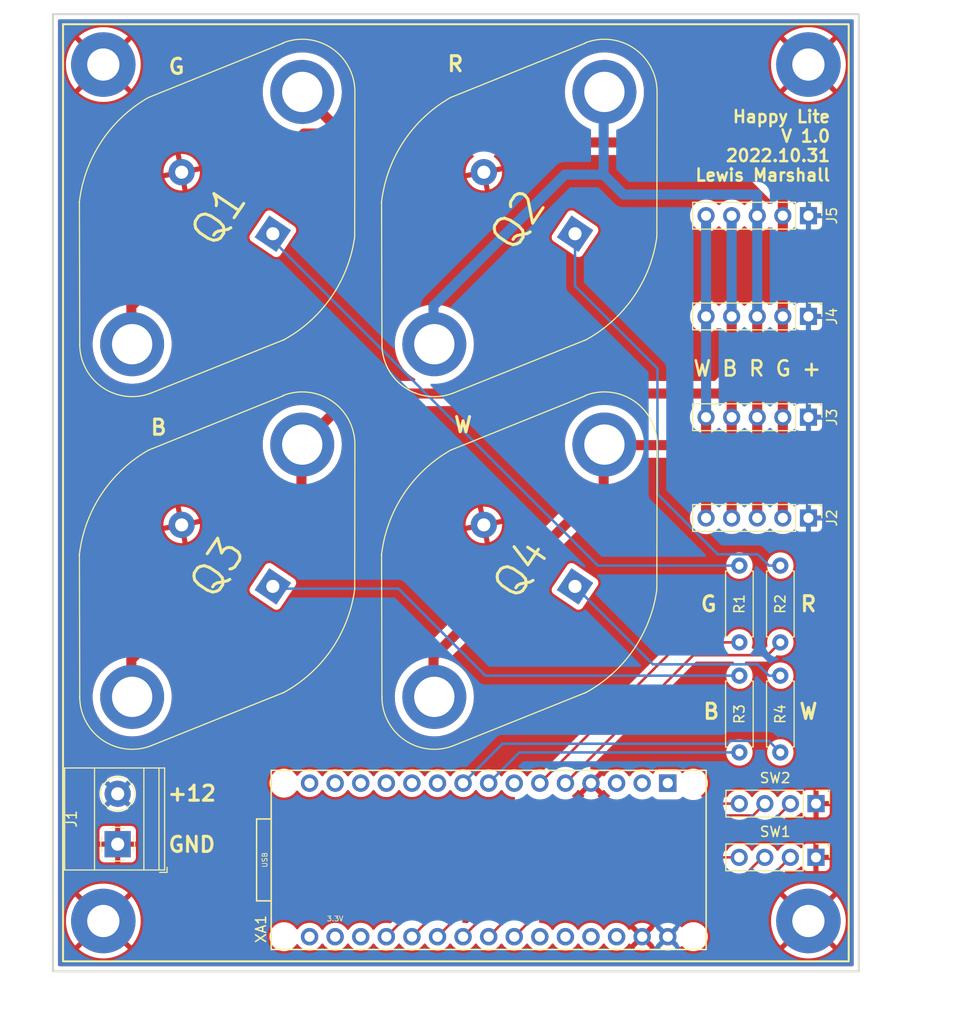
<source format=kicad_pcb>
(kicad_pcb (version 20211014) (generator pcbnew)
  (layers (0 "F.Cu" signal) (31 "B.Cu" signal) (34 "B.Paste" user) (35 "F.Paste" user) (36 "B.SilkS" user "B.Silkscreen") (37 "F.SilkS" user "F.Silkscreen") (38 "B.Mask" user) (39 "F.Mask" user) (44 "Edge.Cuts" user))
  (net 0 "")
  (net 1 "GND")
  (net 2 "+12V")
  (net 7 "RE_1")
  (net 8 "RE_2")
  (net 9 "RE_SW")
  (net 10 "SP3T_1")
  (net 11 "SP3T_2")
  (net 12 "SP3T_3")
  (net 21 "/R_Current")
  (net 22 "/G_Current")
  (net 23 "/B_Current")
  (net 24 "/W_Current")
  (net 25 "LED_R_CTRL")
  (net 26 "LED_G_CTRL")
  (net 27 "LED_B_CTRL")
  (net 28 "LED_W_CTRL")
  (net 34 "Net-(Q1-Pad1)")
  (net 35 "Net-(Q2-Pad1)")
  (net 36 "Net-(Q3-Pad1)")
  (net 37 "Net-(Q4-Pad1)")
  (footprint "Package_TO_SOT_THT:TO-3" (layer "F.Cu") (at 151.829109 111.791334 -124)
    (fp_text reference "Q4" (at 1.546 5.45 56) (layer "F.SilkS") (effects (font (size 3 3) (thickness 0.3))))
    (fp_text value "NTE245")
    (fp_line (start 8.1 -6.8) (end 19.9 1.2) (layer "F.SilkS") (width 0.12))
    (fp_line (start 8.1 17.7) (end 19.9 9.7) (layer "F.SilkS") (width 0.12))
    (fp_line (start -4.3 -6.9) (end -16.2 1.1) (layer "F.SilkS") (width 0.12))
    (fp_line (start -4.3 17.8) (end -16.3 9.7) (layer "F.SilkS") (width 0.12))
    (fp_arc (start 8.20587 17.644152) (mid 1.971643 19.223273) (end -4.3 17.8) (layer "F.SilkS") (width 0.12))
    (fp_arc (start 19.9 1.2) (mid 22.101343 5.542388) (end 19.747176 9.803859) (layer "F.SilkS") (width 0.12))
    (fp_arc (start -16.276967 9.747694) (mid -18.527843 5.403471) (end -16.2 1.1) (layer "F.SilkS") (width 0.12))
    (fp_arc (start -4.3 -6.9) (mid 1.971643 -8.323273) (end 8.20587 -6.744152) (layer "F.SilkS") (width 0.12))
    (pad "1" thru_hole rect (at 0 0 236) (size 2.6 2.6) (drill 1.3) (layers *.Cu *.Mask) (net 37 "Net-(Q4-Pad1)"))
    (pad "2" thru_hole circle (at 0 10.92 236) (size 2.6 2.6) (drill 1.3) (layers *.Cu *.Mask) (net 1 "GND"))
    (pad "3" thru_hole circle (at -13.3 5.45 236) (size 6.35 6.35) (drill 4) (layers *.Cu *.Mask) (net 24 "/W_Current"))
    (pad "3" thru_hole circle (at 16.9 5.45 236) (size 6.35 6.35) (drill 4) (layers *.Cu *.Mask) (net 24 "/W_Current"))
  )
  (footprint "Connector_PinHeader_2.54mm:PinHeader_1x05_P2.54mm_Vertical" (layer "F.Cu") (at 175 75 -90)
    (fp_text reference "J5" (at 0 -2.33 -270) (layer "F.SilkS"))
    (fp_text value "M20-9990546")
    (fp_line (start -1.33 -1.33) (end 0 -1.33) (layer "F.SilkS") (width 0.12))
    (fp_line (start -1.33 11.49) (end 1.33 11.49) (layer "F.SilkS") (width 0.12))
    (fp_line (start -1.33 1.27) (end -1.33 11.49) (layer "F.SilkS") (width 0.12))
    (fp_line (start 1.33 1.27) (end 1.33 11.49) (layer "F.SilkS") (width 0.12))
    (fp_line (start -1.33 1.27) (end 1.33 1.27) (layer "F.SilkS") (width 0.12))
    (fp_line (start -1.33 0) (end -1.33 -1.33) (layer "F.SilkS") (width 0.12))
    (pad "1" thru_hole rect (at 0 0 270) (size 1.7 1.7) (drill 1) (layers *.Cu *.Mask) (net 2 "+12V"))
    (pad "2" thru_hole oval (at 0 2.54 270) (size 1.7 1.7) (drill 1) (layers *.Cu *.Mask) (net 22 "/G_Current"))
    (pad "3" thru_hole oval (at 0 5.08 270) (size 1.7 1.7) (drill 1) (layers *.Cu *.Mask) (net 21 "/R_Current"))
    (pad "4" thru_hole oval (at 0 7.62 270) (size 1.7 1.7) (drill 1) (layers *.Cu *.Mask) (net 23 "/B_Current"))
    (pad "5" thru_hole oval (at 0 10.16 270) (size 1.7 1.7) (drill 1) (layers *.Cu *.Mask) (net 24 "/W_Current"))
  )
  (footprint "Package_TO_SOT_THT:TO-3" (layer "F.Cu") (at 151.829109 76.791334 -124)
    (fp_text reference "Q2" (at 2.054 5.45 56) (layer "F.SilkS") (effects (font (size 3 3) (thickness 0.3))))
    (fp_text value "NTE245")
    (fp_line (start -4.3 17.8) (end -16.3 9.7) (layer "F.SilkS") (width 0.12))
    (fp_line (start 8.1 -6.8) (end 19.9 1.2) (layer "F.SilkS") (width 0.12))
    (fp_line (start 8.1 17.7) (end 19.9 9.7) (layer "F.SilkS") (width 0.12))
    (fp_line (start -4.3 -6.9) (end -16.2 1.1) (layer "F.SilkS") (width 0.12))
    (fp_arc (start 19.9 1.2) (mid 22.101343 5.542388) (end 19.747176 9.803859) (layer "F.SilkS") (width 0.12))
    (fp_arc (start -4.3 -6.9) (mid 1.971643 -8.323273) (end 8.20587 -6.744152) (layer "F.SilkS") (width 0.12))
    (fp_arc (start 8.20587 17.644152) (mid 1.971643 19.223273) (end -4.3 17.8) (layer "F.SilkS") (width 0.12))
    (fp_arc (start -16.276967 9.747694) (mid -18.527843 5.403471) (end -16.2 1.1) (layer "F.SilkS") (width 0.12))
    (pad "1" thru_hole rect (at 0 0 236) (size 2.6 2.6) (drill 1.3) (layers *.Cu *.Mask) (net 35 "Net-(Q2-Pad1)"))
    (pad "2" thru_hole circle (at 0 10.92 236) (size 2.6 2.6) (drill 1.3) (layers *.Cu *.Mask) (net 1 "GND"))
    (pad "3" thru_hole circle (at -13.3 5.45 236) (size 6.35 6.35) (drill 4) (layers *.Cu *.Mask) (net 21 "/R_Current"))
    (pad "3" thru_hole circle (at 16.9 5.45 236) (size 6.35 6.35) (drill 4) (layers *.Cu *.Mask) (net 21 "/R_Current"))
  )
  (footprint "Arduino:Arduino_Nano_Socket" (layer "F.Cu") (at 121.666 138.938 -90)
    (fp_text reference "XA1" (at 6.858 1.016 90) (layer "F.SilkS"))
    (fp_text value "Arduino_Nano_Socket")
    (fp_text user "USB" (at 0 0.635 90) (layer "F.SilkS") (effects (font (size 0.5 0.5) (thickness 0.075))))
    (fp_text user "3.3V" (at 5.842 -6.35) (layer "F.SilkS") (effects (font (size 0.5 0.5) (thickness 0.075))))
    (fp_line (start 4.064 1.45) (end 4.064 0) (layer "F.SilkS") (width 0.15))
    (fp_line (start -8.89 0) (end 8.89 0) (layer "F.SilkS") (width 0.15))
    (fp_line (start -4.064 1.45) (end 4.064 1.45) (layer "F.SilkS") (width 0.15))
    (fp_line (start -4.064 0) (end -4.064 1.45) (layer "F.SilkS") (width 0.15))
    (fp_line (start 8.89 -43.18) (end 8.89 0) (layer "F.SilkS") (width 0.15))
    (fp_line (start -8.89 -43.18) (end 8.89 -43.18) (layer "F.SilkS") (width 0.15))
    (fp_line (start -8.89 -43.18) (end -8.89 0) (layer "F.SilkS") (width 0.15))
    (pad "" np_thru_hole circle locked (at 7.62 -41.91 270) (size 1.85 1.85) (drill 1.85) (layers *.Cu *.Mask))
    (pad "" np_thru_hole circle locked (at -7.62 -1.27 270) (size 1.85 1.85) (drill 1.85) (layers *.Cu *.Mask))
    (pad "" np_thru_hole circle locked (at 7.62 -1.27 270) (size 1.85 1.85) (drill 1.85) (layers *.Cu *.Mask))
    (pad "" np_thru_hole circle locked (at -7.62 -41.91 270) (size 1.85 1.85) (drill 1.85) (layers *.Cu *.Mask))
    (pad "3V3" thru_hole circle locked (at 7.62 -6.35 270) (size 1.7272 1.7272) (drill 1.016) (layers *.Cu *.Mask))
    (pad "5V" thru_hole circle locked (at 7.62 -31.75 270) (size 1.7272 1.7272) (drill 1.016) (layers *.Cu *.Mask))
    (pad "A0" thru_hole circle locked (at 7.62 -11.43 270) (size 1.7272 1.7272) (drill 1.016) (layers *.Cu *.Mask) (net 12 "SP3T_3"))
    (pad "A1" thru_hole circle locked (at 7.62 -13.97 270) (size 1.7272 1.7272) (drill 1.016) (layers *.Cu *.Mask) (net 11 "SP3T_2"))
    (pad "A2" thru_hole circle locked (at 7.62 -16.51 270) (size 1.7272 1.7272) (drill 1.016) (layers *.Cu *.Mask) (net 10 "SP3T_1"))
    (pad "A3" thru_hole circle locked (at 7.62 -19.05 270) (size 1.7272 1.7272) (drill 1.016) (layers *.Cu *.Mask) (net 9 "RE_SW"))
    (pad "A4" thru_hole circle locked (at 7.62 -21.59 270) (size 1.7272 1.7272) (drill 1.016) (layers *.Cu *.Mask) (net 8 "RE_2"))
    (pad "A5" thru_hole circle locked (at 7.62 -24.13 270) (size 1.7272 1.7272) (drill 1.016) (layers *.Cu *.Mask) (net 7 "RE_1"))
    (pad "A6" thru_hole circle locked (at 7.62 -26.67 270) (size 1.7272 1.7272) (drill 1.016) (layers *.Cu *.Mask))
    (pad "A7" thru_hole circle locked (at 7.62 -29.21 270) (size 1.7272 1.7272) (drill 1.016) (layers *.Cu *.Mask))
    (pad "AREF" thru_hole circle locked (at 7.62 -8.89 270) (size 1.7272 1.7272) (drill 1.016) (layers *.Cu *.Mask))
    (pad "D0" thru_hole circle locked (at -7.62 -36.83 270) (size 1.7272 1.7272) (drill 1.016) (layers *.Cu *.Mask))
    (pad "D1" thru_hole rect locked (at -7.62 -39.37 270) (size 1.7272 1.7272) (drill 1.016) (layers *.Cu *.Mask))
    (pad "D2" thru_hole circle locked (at -7.62 -29.21 270) (size 1.7272 1.7272) (drill 1.016) (layers *.Cu *.Mask) (net 25 "LED_R_CTRL"))
    (pad "D3" thru_hole circle locked (at -7.62 -26.67 270) (size 1.7272 1.7272) (drill 1.016) (layers *.Cu *.Mask) (net 26 "LED_G_CTRL"))
    (pad "D4" thru_hole circle locked (at -7.62 -24.13 270) (size 1.7272 1.7272) (drill 1.016) (layers *.Cu *.Mask))
    (pad "D5" thru_hole circle locked (at -7.62 -21.59 270) (size 1.7272 1.7272) (drill 1.016) (layers *.Cu *.Mask) (net 27 "LED_B_CTRL"))
    (pad "D6" thru_hole circle locked (at -7.62 -19.05 270) (size 1.7272 1.7272) (drill 1.016) (layers *.Cu *.Mask) (net 28 "LED_W_CTRL"))
    (pad "D7" thru_hole circle locked (at -7.62 -16.51 270) (size 1.7272 1.7272) (drill 1.016) (layers *.Cu *.Mask))
    (pad "D8" thru_hole circle locked (at -7.62 -13.97 270) (size 1.7272 1.7272) (drill 1.016) (layers *.Cu *.Mask))
    (pad "D9" thru_hole circle locked (at -7.62 -11.43 270) (size 1.7272 1.7272) (drill 1.016) (layers *.Cu *.Mask))
    (pad "D10" thru_hole circle locked (at -7.62 -8.89 270) (size 1.7272 1.7272) (drill 1.016) (layers *.Cu *.Mask))
    (pad "D11" thru_hole circle locked (at -7.62 -6.35 270) (size 1.7272 1.7272) (drill 1.016) (layers *.Cu *.Mask))
    (pad "D12" thru_hole circle locked (at -7.62 -3.81 270) (size 1.7272 1.7272) (drill 1.016) (layers *.Cu *.Mask))
    (pad "D13" thru_hole circle locked (at 7.62 -3.81 270) (size 1.7272 1.7272) (drill 1.016) (layers *.Cu *.Mask))
    (pad "GND1" thru_hole circle locked (at -7.62 -31.75 270) (size 1.7272 1.7272) (drill 1.016) (layers *.Cu *.Mask) (net 1 "GND"))
    (pad "GND2" thru_hole circle locked (at 7.62 -36.83 270) (size 1.7272 1.7272) (drill 1.016) (layers *.Cu *.Mask) (net 1 "GND"))
    (pad "RST1" thru_hole circle locked (at -7.62 -34.29 270) (size 1.7272 1.7272) (drill 1.016) (layers *.Cu *.Mask))
    (pad "RST2" thru_hole circle locked (at 7.62 -34.29 270) (size 1.7272 1.7272) (drill 1.016) (layers *.Cu *.Mask))
    (pad "VIN" thru_hole circle locked (at 7.62 -39.37 270) (size 1.7272 1.7272) (drill 1.016) (layers *.Cu *.Mask) (net 2 "+12V"))
  )
  (footprint "Package_TO_SOT_THT:TO-3" (layer "F.Cu") (at 121.829109 76.791334 -124)
    (fp_text reference "Q1" (at 1.546 5.45 56) (layer "F.SilkS") (effects (font (size 3 3) (thickness 0.3))))
    (fp_text value "NTE245")
    (fp_line (start 8.1 -6.8) (end 19.9 1.2) (layer "F.SilkS") (width 0.12))
    (fp_line (start -4.3 -6.9) (end -16.2 1.1) (layer "F.SilkS") (width 0.12))
    (fp_line (start -4.3 17.8) (end -16.3 9.7) (layer "F.SilkS") (width 0.12))
    (fp_line (start 8.1 17.7) (end 19.9 9.7) (layer "F.SilkS") (width 0.12))
    (fp_arc (start 19.9 1.2) (mid 22.101343 5.542388) (end 19.747176 9.803859) (layer "F.SilkS") (width 0.12))
    (fp_arc (start -4.3 -6.9) (mid 1.971643 -8.323273) (end 8.20587 -6.744152) (layer "F.SilkS") (width 0.12))
    (fp_arc (start 8.20587 17.644152) (mid 1.971643 19.223273) (end -4.3 17.8) (layer "F.SilkS") (width 0.12))
    (fp_arc (start -16.276967 9.747694) (mid -18.527843 5.403471) (end -16.2 1.1) (layer "F.SilkS") (width 0.12))
    (pad "1" thru_hole rect (at 0 0 236) (size 2.6 2.6) (drill 1.3) (layers *.Cu *.Mask) (net 34 "Net-(Q1-Pad1)"))
    (pad "2" thru_hole circle (at 0 10.92 236) (size 2.6 2.6) (drill 1.3) (layers *.Cu *.Mask) (net 1 "GND"))
    (pad "3" thru_hole circle (at 16.9 5.45 236) (size 6.35 6.35) (drill 4) (layers *.Cu *.Mask) (net 22 "/G_Current"))
    (pad "3" thru_hole circle (at -13.3 5.45 236) (size 6.35 6.35) (drill 4) (layers *.Cu *.Mask) (net 22 "/G_Current"))
  )
  (footprint "MountingHole:MountingHole_3.2mm_M3_Pad" (layer "F.Cu") (at 175 60)
    (fp_text reference "H2" hide)
    (fp_text value "MountingHole_Pad")
    (pad "1" thru_hole circle locked (at 0 0) (size 6.4 6.4) (drill 3.2) (layers *.Cu *.Mask) (net 1 "GND"))
  )
  (footprint "Connector_PinHeader_2.54mm:PinHeader_1x05_P2.54mm_Vertical" (layer "F.Cu") (at 175 105 -90)
    (fp_text reference "J2" (at 0 -2.33 -270) (layer "F.SilkS"))
    (fp_text value "M20-9990546")
    (fp_line (start -1.33 0) (end -1.33 -1.33) (layer "F.SilkS") (width 0.12))
    (fp_line (start -1.33 -1.33) (end 0 -1.33) (layer "F.SilkS") (width 0.12))
    (fp_line (start -1.33 1.27) (end -1.33 11.49) (layer "F.SilkS") (width 0.12))
    (fp_line (start 1.33 1.27) (end 1.33 11.49) (layer "F.SilkS") (width 0.12))
    (fp_line (start -1.33 11.49) (end 1.33 11.49) (layer "F.SilkS") (width 0.12))
    (fp_line (start -1.33 1.27) (end 1.33 1.27) (layer "F.SilkS") (width 0.12))
    (pad "1" thru_hole rect (at 0 0 270) (size 1.7 1.7) (drill 1) (layers *.Cu *.Mask) (net 2 "+12V"))
    (pad "2" thru_hole oval (at 0 2.54 270) (size 1.7 1.7) (drill 1) (layers *.Cu *.Mask) (net 22 "/G_Current"))
    (pad "3" thru_hole oval (at 0 5.08 270) (size 1.7 1.7) (drill 1) (layers *.Cu *.Mask) (net 21 "/R_Current"))
    (pad "4" thru_hole oval (at 0 7.62 270) (size 1.7 1.7) (drill 1) (layers *.Cu *.Mask) (net 23 "/B_Current"))
    (pad "5" thru_hole oval (at 0 10.16 270) (size 1.7 1.7) (drill 1) (layers *.Cu *.Mask) (net 24 "/W_Current"))
  )
  (footprint "MountingHole:MountingHole_3.2mm_M3_Pad" (layer "F.Cu") (at 105 60)
    (fp_text reference "H1" hide)
    (fp_text value "MountingHole_Pad")
    (pad "1" thru_hole circle locked (at 0 0) (size 6.4 6.4) (drill 3.2) (layers *.Cu *.Mask) (net 1 "GND"))
  )
  (footprint "TerminalBlock_Phoenix:TerminalBlock_Phoenix_MKDS-1,5-2_1x02_P5.00mm_Horizontal" (layer "F.Cu") (at 106.426 137.374 90)
    (fp_text reference "J1" (at 2.5 -4.572 90) (layer "F.SilkS"))
    (fp_text value "1935161")
    (fp_line (start -2.56 2.6) (end 7.56 2.6) (layer "F.SilkS") (width 0.12))
    (fp_line (start -2.8 4.16) (end -2.8 4.9) (layer "F.SilkS") (width 0.12))
    (fp_line (start -2.56 -5.261) (end 7.56 -5.261) (layer "F.SilkS") (width 0.12))
    (fp_line (start 3.773 1.023) (end 3.726 1.069) (layer "F.SilkS") (width 0.12))
    (fp_line (start -2.56 -5.261) (end -2.56 4.66) (layer "F.SilkS") (width 0.12))
    (fp_line (start 7.56 -5.261) (end 7.56 4.66) (layer "F.SilkS") (width 0.12))
    (fp_line (start 6.275 -1.069) (end 6.228 -1.023) (layer "F.SilkS") (width 0.12))
    (fp_line (start -2.56 -2.301) (end 7.56 -2.301) (layer "F.SilkS") (width 0.12))
    (fp_line (start -2.56 4.66) (end 7.56 4.66) (layer "F.SilkS") (width 0.12))
    (fp_line (start 6.07 -1.275) (end 6.035 -1.239) (layer "F.SilkS") (width 0.12))
    (fp_line (start 3.966 1.239) (end 3.931 1.274) (layer "F.SilkS") (width 0.12))
    (fp_line (start -2.8 4.9) (end -2.3 4.9) (layer "F.SilkS") (width 0.12))
    (fp_line (start -2.56 4.1) (end 7.56 4.1) (layer "F.SilkS") (width 0.12))
    (fp_arc (start -0.683042 -1.535427) (mid 0.000524 -1.680501) (end 0.684 -1.535) (layer "F.SilkS") (width 0.12))
    (fp_arc (start 0.683318 1.534756) (mid 0.349292 1.643288) (end 0 1.68) (layer "F.SilkS") (width 0.12))
    (fp_arc (start 0.028805 1.680253) (mid -0.335551 1.646659) (end -0.684 1.535) (layer "F.SilkS") (width 0.12))
    (fp_arc (start -1.535427 0.683042) (mid -1.680501 -0.000524) (end -1.535 -0.684) (layer "F.SilkS") (width 0.12))
    (fp_arc (start 1.535427 -0.683042) (mid 1.680501 0.000524) (end 1.535 0.684) (layer "F.SilkS") (width 0.12))
    (fp_circle (center 5 0) (end 6.68 0) (layer "F.SilkS") (width 0.12) (fill none))
    (pad "1" thru_hole rect (at 0 0 90) (size 2.6 2.6) (drill 1.3) (layers *.Cu *.Mask) (net 1 "GND"))
    (pad "2" thru_hole circle (at 5 0 90) (size 2.6 2.6) (drill 1.3) (layers *.Cu *.Mask) (net 2 "+12V"))
  )
  (footprint "Resistor_THT:R_Axial_DIN0207_L6.3mm_D2.5mm_P7.62mm_Horizontal" (layer "F.Cu") (at 168.148 128.27 90)
    (fp_text reference "R3" (at 3.81 0 90) (layer "F.SilkS"))
    (fp_text value "470")
    (fp_line (start 0.54 1.37) (end 7.08 1.37) (layer "F.SilkS") (width 0.12))
    (fp_line (start 0.54 1.04) (end 0.54 1.37) (layer "F.SilkS") (width 0.12))
    (fp_line (start 7.08 1.37) (end 7.08 1.04) (layer "F.SilkS") (width 0.12))
    (fp_line (start 0.54 -1.04) (end 0.54 -1.37) (layer "F.SilkS") (width 0.12))
    (fp_line (start 7.08 -1.37) (end 7.08 -1.04) (layer "F.SilkS") (width 0.12))
    (fp_line (start 0.54 -1.37) (end 7.08 -1.37) (layer "F.SilkS") (width 0.12))
    (pad "1" thru_hole circle (at 0 0 90) (size 1.6 1.6) (drill 0.8) (layers *.Cu *.Mask) (net 27 "LED_B_CTRL"))
    (pad "2" thru_hole oval (at 7.62 0 90) (size 1.6 1.6) (drill 0.8) (layers *.Cu *.Mask) (net 36 "Net-(Q3-Pad1)"))
  )
  (footprint "MountingHole:MountingHole_3.2mm_M3_Pad" (layer "F.Cu") (at 175 145)
    (fp_text reference "H4" hide)
    (fp_text value "MountingHole_Pad")
    (pad "1" thru_hole circle locked (at 0 0) (size 6.4 6.4) (drill 3.2) (layers *.Cu *.Mask) (net 1 "GND"))
  )
  (footprint "Connector_PinHeader_2.54mm:PinHeader_1x05_P2.54mm_Vertical" (layer "F.Cu") (at 175 95 -90)
    (fp_text reference "J3" (at 0 -2.33 -270) (layer "F.SilkS"))
    (fp_text value "M20-9990546")
    (fp_line (start -1.33 1.27) (end 1.33 1.27) (layer "F.SilkS") (width 0.12))
    (fp_line (start 1.33 1.27) (end 1.33 11.49) (layer "F.SilkS") (width 0.12))
    (fp_line (start -1.33 -1.33) (end 0 -1.33) (layer "F.SilkS") (width 0.12))
    (fp_line (start -1.33 11.49) (end 1.33 11.49) (layer "F.SilkS") (width 0.12))
    (fp_line (start -1.33 1.27) (end -1.33 11.49) (layer "F.SilkS") (width 0.12))
    (fp_line (start -1.33 0) (end -1.33 -1.33) (layer "F.SilkS") (width 0.12))
    (pad "1" thru_hole rect (at 0 0 270) (size 1.7 1.7) (drill 1) (layers *.Cu *.Mask) (net 2 "+12V"))
    (pad "2" thru_hole oval (at 0 2.54 270) (size 1.7 1.7) (drill 1) (layers *.Cu *.Mask) (net 22 "/G_Current"))
    (pad "3" thru_hole oval (at 0 5.08 270) (size 1.7 1.7) (drill 1) (layers *.Cu *.Mask) (net 21 "/R_Current"))
    (pad "4" thru_hole oval (at 0 7.62 270) (size 1.7 1.7) (drill 1) (layers *.Cu *.Mask) (net 23 "/B_Current"))
    (pad "5" thru_hole oval (at 0 10.16 270) (size 1.7 1.7) (drill 1) (layers *.Cu *.Mask) (net 24 "/W_Current"))
  )
  (footprint "MountingHole:MountingHole_3.2mm_M3_Pad" (layer "F.Cu") (at 105 145)
    (fp_text reference "H3" hide)
    (fp_text value "MountingHole_Pad")
    (pad "1" thru_hole circle locked (at 0 0) (size 6.4 6.4) (drill 3.2) (layers *.Cu *.Mask) (net 1 "GND"))
  )
  (footprint "Package_TO_SOT_THT:TO-3" (layer "F.Cu") (at 121.829109 111.791334 -124)
    (fp_text reference "Q3" (at 1.524 5.588 56) (layer "F.SilkS") (effects (font (size 3 3) (thickness 0.3))))
    (fp_text value "NTE245")
    (fp_line (start -4.3 17.8) (end -16.3 9.7) (layer "F.SilkS") (width 0.12))
    (fp_line (start 8.1 -6.8) (end 19.9 1.2) (layer "F.SilkS") (width 0.12))
    (fp_line (start 8.1 17.7) (end 19.9 9.7) (layer "F.SilkS") (width 0.12))
    (fp_line (start -4.3 -6.9) (end -16.2 1.1) (layer "F.SilkS") (width 0.12))
    (fp_arc (start -4.3 -6.9) (mid 1.971643 -8.323273) (end 8.20587 -6.744152) (layer "F.SilkS") (width 0.12))
    (fp_arc (start 19.9 1.2) (mid 22.101343 5.542388) (end 19.747176 9.803859) (layer "F.SilkS") (width 0.12))
    (fp_arc (start 8.20587 17.644152) (mid 1.971643 19.223273) (end -4.3 17.8) (layer "F.SilkS") (width 0.12))
    (fp_arc (start -16.276967 9.747694) (mid -18.527843 5.403471) (end -16.2 1.1) (layer "F.SilkS") (width 0.12))
    (pad "1" thru_hole rect (at 0 0 236) (size 2.6 2.6) (drill 1.3) (layers *.Cu *.Mask) (net 36 "Net-(Q3-Pad1)"))
    (pad "2" thru_hole circle (at 0 10.92 236) (size 2.6 2.6) (drill 1.3) (layers *.Cu *.Mask) (net 1 "GND"))
    (pad "3" thru_hole circle (at 16.9 5.45 236) (size 6.35 6.35) (drill 4) (layers *.Cu *.Mask) (net 23 "/B_Current"))
    (pad "3" thru_hole circle (at -13.3 5.45 236) (size 6.35 6.35) (drill 4) (layers *.Cu *.Mask) (net 23 "/B_Current"))
  )
  (footprint "Connector_PinHeader_2.54mm:PinHeader_1x04_P2.54mm_Vertical" (layer "F.Cu") (at 175.748 138.684 -90)
    (fp_text reference "SW1" (at -2.54 4.044 180) (layer "F.SilkS"))
    (fp_text value "RotaryEncoder_Switch")
    (fp_line (start -1.33 0) (end -1.33 -1.33) (layer "F.SilkS") (width 0.12))
    (fp_line (start -1.33 1.27) (end -1.33 8.95) (layer "F.SilkS") (width 0.12))
    (fp_line (start -1.33 8.95) (end 1.33 8.95) (layer "F.SilkS") (width 0.12))
    (fp_line (start 1.33 1.27) (end 1.33 8.95) (layer "F.SilkS") (width 0.12))
    (fp_line (start -1.33 -1.33) (end 0 -1.33) (layer "F.SilkS") (width 0.12))
    (fp_line (start -1.33 1.27) (end 1.33 1.27) (layer "F.SilkS") (width 0.12))
    (pad "1" thru_hole rect (at 0 0 270) (size 1.7 1.7) (drill 1) (layers *.Cu *.Mask) (net 1 "GND"))
    (pad "2" thru_hole oval (at 0 2.54 270) (size 1.7 1.7) (drill 1) (layers *.Cu *.Mask) (net 7 "RE_1"))
    (pad "3" thru_hole oval (at 0 5.08 270) (size 1.7 1.7) (drill 1) (layers *.Cu *.Mask) (net 8 "RE_2"))
    (pad "4" thru_hole oval (at 0 7.62 270) (size 1.7 1.7) (drill 1) (layers *.Cu *.Mask) (net 9 "RE_SW"))
  )
  (footprint "Connector_PinHeader_2.54mm:PinHeader_1x05_P2.54mm_Vertical" (layer "F.Cu") (at 175 85 -90)
    (fp_text reference "J4" (at 0 -2.33 -270) (layer "F.SilkS"))
    (fp_text value "M20-9990546")
    (fp_line (start -1.33 0) (end -1.33 -1.33) (layer "F.SilkS") (width 0.12))
    (fp_line (start 1.33 1.27) (end 1.33 11.49) (layer "F.SilkS") (width 0.12))
    (fp_line (start -1.33 1.27) (end -1.33 11.49) (layer "F.SilkS") (width 0.12))
    (fp_line (start -1.33 1.27) (end 1.33 1.27) (layer "F.SilkS") (width 0.12))
    (fp_line (start -1.33 11.49) (end 1.33 11.49) (layer "F.SilkS") (width 0.12))
    (fp_line (start -1.33 -1.33) (end 0 -1.33) (layer "F.SilkS") (width 0.12))
    (pad "1" thru_hole rect (at 0 0 270) (size 1.7 1.7) (drill 1) (layers *.Cu *.Mask) (net 2 "+12V"))
    (pad "2" thru_hole oval (at 0 2.54 270) (size 1.7 1.7) (drill 1) (layers *.Cu *.Mask) (net 22 "/G_Current"))
    (pad "3" thru_hole oval (at 0 5.08 270) (size 1.7 1.7) (drill 1) (layers *.Cu *.Mask) (net 21 "/R_Current"))
    (pad "4" thru_hole oval (at 0 7.62 270) (size 1.7 1.7) (drill 1) (layers *.Cu *.Mask) (net 23 "/B_Current"))
    (pad "5" thru_hole oval (at 0 10.16 270) (size 1.7 1.7) (drill 1) (layers *.Cu *.Mask) (net 24 "/W_Current"))
  )
  (footprint "Resistor_THT:R_Axial_DIN0207_L6.3mm_D2.5mm_P7.62mm_Horizontal" (layer "F.Cu") (at 172.212 117.348 90)
    (fp_text reference "R2" (at 3.81 0 90) (layer "F.SilkS"))
    (fp_text value "470")
    (fp_line (start 7.08 -1.37) (end 7.08 -1.04) (layer "F.SilkS") (width 0.12))
    (fp_line (start 0.54 1.37) (end 7.08 1.37) (layer "F.SilkS") (width 0.12))
    (fp_line (start 7.08 1.37) (end 7.08 1.04) (layer "F.SilkS") (width 0.12))
    (fp_line (start 0.54 -1.04) (end 0.54 -1.37) (layer "F.SilkS") (width 0.12))
    (fp_line (start 0.54 1.04) (end 0.54 1.37) (layer "F.SilkS") (width 0.12))
    (fp_line (start 0.54 -1.37) (end 7.08 -1.37) (layer "F.SilkS") (width 0.12))
    (pad "1" thru_hole circle (at 0 0 90) (size 1.6 1.6) (drill 0.8) (layers *.Cu *.Mask) (net 25 "LED_R_CTRL"))
    (pad "2" thru_hole oval (at 7.62 0 90) (size 1.6 1.6) (drill 0.8) (layers *.Cu *.Mask) (net 35 "Net-(Q2-Pad1)"))
  )
  (footprint "Resistor_THT:R_Axial_DIN0207_L6.3mm_D2.5mm_P7.62mm_Horizontal" (layer "F.Cu") (at 168.148 117.348 90)
    (fp_text reference "R1" (at 3.81 0 90) (layer "F.SilkS"))
    (fp_text value "470")
    (fp_line (start 0.54 -1.04) (end 0.54 -1.37) (layer "F.SilkS") (width 0.12))
    (fp_line (start 7.08 -1.37) (end 7.08 -1.04) (layer "F.SilkS") (width 0.12))
    (fp_line (start 0.54 1.37) (end 7.08 1.37) (layer "F.SilkS") (width 0.12))
    (fp_line (start 0.54 -1.37) (end 7.08 -1.37) (layer "F.SilkS") (width 0.12))
    (fp_line (start 7.08 1.37) (end 7.08 1.04) (layer "F.SilkS") (width 0.12))
    (fp_line (start 0.54 1.04) (end 0.54 1.37) (layer "F.SilkS") (width 0.12))
    (pad "1" thru_hole circle (at 0 0 90) (size 1.6 1.6) (drill 0.8) (layers *.Cu *.Mask) (net 26 "LED_G_CTRL"))
    (pad "2" thru_hole oval (at 7.62 0 90) (size 1.6 1.6) (drill 0.8) (layers *.Cu *.Mask) (net 34 "Net-(Q1-Pad1)"))
  )
  (footprint "Connector_PinHeader_2.54mm:PinHeader_1x04_P2.54mm_Vertical" (layer "F.Cu") (at 175.758 133.35 -90)
    (fp_text reference "SW2" (at -2.54 4.064 180) (layer "F.SilkS"))
    (fp_text value "SW_SP3T")
    (fp_line (start -1.33 1.27) (end 1.33 1.27) (layer "F.SilkS") (width 0.12))
    (fp_line (start -1.33 -1.33) (end 0 -1.33) (layer "F.SilkS") (width 0.12))
    (fp_line (start -1.33 0) (end -1.33 -1.33) (layer "F.SilkS") (width 0.12))
    (fp_line (start -1.33 8.95) (end 1.33 8.95) (layer "F.SilkS") (width 0.12))
    (fp_line (start 1.33 1.27) (end 1.33 8.95) (layer "F.SilkS") (width 0.12))
    (fp_line (start -1.33 1.27) (end -1.33 8.95) (layer "F.SilkS") (width 0.12))
    (pad "1" thru_hole rect (at 0 0 270) (size 1.7 1.7) (drill 1) (layers *.Cu *.Mask) (net 1 "GND"))
    (pad "2" thru_hole oval (at 0 2.54 270) (size 1.7 1.7) (drill 1) (layers *.Cu *.Mask) (net 10 "SP3T_1"))
    (pad "3" thru_hole oval (at 0 5.08 270) (size 1.7 1.7) (drill 1) (layers *.Cu *.Mask) (net 11 "SP3T_2"))
    (pad "4" thru_hole oval (at 0 7.62 270) (size 1.7 1.7) (drill 1) (layers *.Cu *.Mask) (net 12 "SP3T_3"))
  )
  (footprint "Resistor_THT:R_Axial_DIN0207_L6.3mm_D2.5mm_P7.62mm_Horizontal" (layer "F.Cu") (at 172.212 128.27 90)
    (fp_text reference "R4" (at 3.81 0 90) (layer "F.SilkS"))
    (fp_text value "470")
    (fp_line (start 7.08 1.37) (end 7.08 1.04) (layer "F.SilkS") (width 0.12))
    (fp_line (start 0.54 -1.37) (end 7.08 -1.37) (layer "F.SilkS") (width 0.12))
    (fp_line (start 7.08 -1.37) (end 7.08 -1.04) (layer "F.SilkS") (width 0.12))
    (fp_line (start 0.54 1.04) (end 0.54 1.37) (layer "F.SilkS") (width 0.12))
    (fp_line (start 0.54 -1.04) (end 0.54 -1.37) (layer "F.SilkS") (width 0.12))
    (fp_line (start 0.54 1.37) (end 7.08 1.37) (layer "F.SilkS") (width 0.12))
    (pad "1" thru_hole circle (at 0 0 90) (size 1.6 1.6) (drill 0.8) (layers *.Cu *.Mask) (net 28 "LED_W_CTRL"))
    (pad "2" thru_hole oval (at 7.62 0 90) (size 1.6 1.6) (drill 0.8) (layers *.Cu *.Mask) (net 37 "Net-(Q4-Pad1)"))
  )
  (gr_rect locked (start 101 149) (end 179 56) (layer "F.SilkS") (width 0.2) (fill none))
  (gr_rect locked (start 100 150) (end 180 55) (layer "Edge.Cuts") (width 0.2) (fill none))
  (gr_text "R" (at 139.954 59.944) (layer "F.SilkS") (effects (font (size 1.5 1.5) (thickness 0.3))))
  (gr_text "W B R G +" (at 169.926 90.17) (layer "F.SilkS") (effects (font (size 1.5 1.5) (thickness 0.25))))
  (gr_text "B" (at 110.49 96.012) (layer "F.SilkS") (effects (font (size 1.5 1.5) (thickness 0.3))))
  (gr_text "+12" (at 113.792 132.334) (layer "F.SilkS") (effects (font (size 1.5 1.5) (thickness 0.3))))
  (gr_text "R" (at 175.006 113.538) (layer "F.SilkS") (effects (font (size 1.5 1.5) (thickness 0.3))))
  (gr_text "GND" (at 113.792 137.414) (layer "F.SilkS") (effects (font (size 1.5 1.5) (thickness 0.3))))
  (gr_text "W" (at 175.006 124.206) (layer "F.SilkS") (effects (font (size 1.5 1.5) (thickness 0.3))))
  (gr_text "W" (at 140.716 95.758) (layer "F.SilkS") (effects (font (size 1.5 1.5) (thickness 0.3))))
  (gr_text "B" (at 165.354 124.206) (layer "F.SilkS") (effects (font (size 1.5 1.5) (thickness 0.3))))
  (gr_text "Happy Lite\nV 1.0\n2022.10.31\nLewis Marshall" (at 177.292 68.072) (layer "F.SilkS") (effects (font (size 1.2 1.2) (thickness 0.25)) (justify right)))
  (gr_text "G" (at 165.1 113.538) (layer "F.SilkS") (effects (font (size 1.5 1.5) (thickness 0.3))))
  (gr_text "G" (at 112.268 60.198) (layer "F.SilkS") (effects (font (size 1.5 1.5) (thickness 0.3))))
  (segment (start 168.636 143.256) (end 173.208 138.684) (width 0.25) (layer "F.Cu") (net 7))
  (segment (start 145.796 146.558) (end 149.098 143.256) (width 0.25) (layer "F.Cu") (net 7))
  (segment (start 149.098 143.256) (end 168.636 143.256) (width 0.25) (layer "F.Cu") (net 7))
  (segment (start 170.434 138.684) (end 168.148 140.97) (width 0.25) (layer "F.Cu") (net 8))
  (segment (start 168.148 140.97) (end 148.844 140.97) (width 0.25) (layer "F.Cu") (net 8))
  (segment (start 148.844 140.97) (end 143.256 146.558) (width 0.25) (layer "F.Cu") (net 8))
  (segment (start 148.59 138.684) (end 140.716 146.558) (width 0.25) (layer "F.Cu") (net 9))
  (segment (start 168.128 138.684) (end 148.59 138.684) (width 0.25) (layer "F.Cu") (net 9))
  (segment (start 173.218 133.35) (end 170.424 136.144) (width 0.25) (layer "F.Cu") (net 10))
  (segment (start 170.424 136.144) (end 148.59 136.144) (width 0.25) (layer "F.Cu") (net 10))
  (segment (start 148.59 136.144) (end 138.176 146.558) (width 0.25) (layer "F.Cu") (net 10))
  (segment (start 169.5027 134.5253) (end 147.6687 134.5253) (width 0.25) (layer "F.Cu") (net 11))
  (segment (start 170.678 133.35) (end 169.5027 134.5253) (width 0.25) (layer "F.Cu") (net 11))
  (segment (start 147.6687 134.5253) (end 135.636 146.558) (width 0.25) (layer "F.Cu") (net 11))
  (segment (start 168.138 133.35) (end 146.304 133.35) (width 0.25) (layer "F.Cu") (net 12))
  (segment (start 146.304 133.35) (end 133.096 146.558) (width 0.25) (layer "F.Cu") (net 12))
  (segment (start 169.92 95) (end 169.92 105) (width 1) (layer "F.Cu") (net 21))
  (segment (start 169.92 85) (end 169.92 95) (width 1) (layer "F.Cu") (net 21))
  (segment (start 154.67 62.774) (end 154.67 70.9233) (width 1) (layer "B.Cu") (net 21))
  (segment (start 169.92 72.8997) (end 156.6464 72.8997) (width 1) (layer "B.Cu") (net 21))
  (segment (start 169.92 85) (end 169.92 75) (width 1) (layer "B.Cu") (net 21))
  (segment (start 156.6464 72.8997) (end 154.67 70.9233) (width 1) (layer "B.Cu") (net 21))
  (segment (start 169.92 75) (end 169.92 72.8997) (width 1) (layer "B.Cu") (net 21))
  (segment (start 154.67 70.9233) (end 150.8187 70.9233) (width 1) (layer "B.Cu") (net 21))
  (segment (start 150.8187 70.9233) (end 137.7824 83.9596) (width 1) (layer "B.Cu") (net 21))
  (segment (start 137.7824 83.9596) (end 137.7824 87.8109) (width 1) (layer "B.Cu") (net 21))
  (segment (start 172.46 105) (end 172.46 95) (width 1) (layer "F.Cu") (net 22))
  (segment (start 128.7447 66.8486) (end 124.67 62.774) (width 1) (layer "F.Cu") (net 22))
  (segment (start 107.7824 83.9876) (end 107.7824 87.8109) (width 1) (layer "F.Cu") (net 22))
  (segment (start 172.46 85) (end 172.46 75) (width 1) (layer "F.Cu") (net 22))
  (segment (start 167.2903 67.73) (end 129.626 67.73) (width 1) (layer "F.Cu") (net 22))
  (segment (start 128.7447 66.8486) (end 124.9214 66.8486) (width 1) (layer "F.Cu") (net 22))
  (segment (start 172.46 95) (end 172.46 85) (width 1) (layer "F.Cu") (net 22))
  (segment (start 129.626 67.73) (end 128.7447 66.8486) (width 1) (layer "F.Cu") (net 22))
  (segment (start 172.46 75) (end 172.46 72.8997) (width 1) (layer "F.Cu") (net 22))
  (segment (start 172.46 72.8997) (end 167.2903 67.73) (width 1) (layer "F.Cu") (net 22))
  (segment (start 124.9214 66.8486) (end 107.7824 83.9876) (width 1) (layer "F.Cu") (net 22))
  (segment (start 124.67 97.774) (end 124.67 102.152) (width 1) (layer "F.Cu") (net 23))
  (segment (start 107.7824 119.0396) (end 107.7824 122.8109) (width 1) (layer "F.Cu") (net 23))
  (segment (start 167.38 95) (end 167.38 105) (width 1) (layer "F.Cu") (net 23))
  (segment (start 129.794 92.65) (end 124.67 97.774) (width 1) (layer "F.Cu") (net 23))
  (segment (start 166.232 92.65) (end 167.38 91.502) (width 1) (layer "F.Cu") (net 23))
  (segment (start 167.38 95) (end 167.38 92.8997) (width 1) (layer "F.Cu") (net 23))
  (segment (start 166.4959 92.9138) (end 166.51 92.8997) (width 1) (layer "F.Cu") (net 23))
  (segment (start 124.67 102.152) (end 107.7824 119.0396) (width 1) (layer "F.Cu") (net 23))
  (segment (start 166.51 92.8997) (end 167.38 92.8997) (width 1) (layer "F.Cu") (net 23))
  (segment (start 166.232 92.65) (end 166.4959 92.9138) (width 1) (layer "F.Cu") (net 23))
  (segment (start 167.38 91.502) (end 167.38 85) (width 1) (layer "F.Cu") (net 23))
  (segment (start 166.232 92.65) (end 129.794 92.65) (width 1) (layer "F.Cu") (net 23))
  (segment (start 167.38 75) (end 167.38 85) (width 1) (layer "B.Cu") (net 23))
  (segment (start 137.7824 118.7576) (end 137.7824 122.8109) (width 1) (layer "F.Cu") (net 24))
  (segment (start 154.67 97.774) (end 154.67 101.87) (width 1) (layer "F.Cu") (net 24))
  (segment (start 164.84 95) (end 164.84 97.774) (width 1) (layer "F.Cu") (net 24))
  (segment (start 164.84 97.774) (end 164.84 105) (width 1) (layer "F.Cu") (net 24))
  (segment (start 164.84 97.774) (end 154.67 97.774) (width 1) (layer "F.Cu") (net 24))
  (segment (start 154.67 101.87) (end 137.7824 118.7576) (width 1) (layer "F.Cu") (net 24))
  (segment (start 164.84 75) (end 164.84 85) (width 1) (layer "B.Cu") (net 24))
  (segment (start 164.84 85) (end 164.84 95) (width 1) (layer "B.Cu") (net 24))
  (segment (start 163.576 118.618) (end 170.942 118.618) (width 0.25) (layer "F.Cu") (net 25))
  (segment (start 150.876 131.318) (end 163.576 118.618) (width 0.25) (layer "F.Cu") (net 25))
  (segment (start 170.942 118.618) (end 172.212 117.348) (width 0.25) (layer "F.Cu") (net 25))
  (segment (start 162.306 117.348) (end 168.148 117.348) (width 0.25) (layer "F.Cu") (net 26))
  (segment (start 148.336 131.318) (end 162.306 117.348) (width 0.25) (layer "F.Cu") (net 26))
  (segment (start 146.304 128.27) (end 143.256 131.318) (width 0.25) (layer "B.Cu") (net 27))
  (segment (start 168.148 128.27) (end 146.304 128.27) (width 0.25) (layer "B.Cu") (net 27))
  (segment (start 144.6277 127.4063) (end 140.716 131.318) (width 0.25) (layer "B.Cu") (net 28))
  (segment (start 167.2122 127.1221) (end 166.928 127.4063) (width 0.25) (layer "B.Cu") (net 28))
  (segment (start 172.212 128.27) (end 171.0641 127.1221) (width 0.25) (layer "B.Cu") (net 28))
  (segment (start 166.928 127.4063) (end 144.6277 127.4063) (width 0.25) (layer "B.Cu") (net 28))
  (segment (start 171.0641 127.1221) (end 167.2122 127.1221) (width 0.25) (layer "B.Cu") (net 28))
  (segment (start 168.148 109.728) (end 154.106461 109.728) (width 0.25) (layer "B.Cu") (net 34))
  (segment (start 154.106461 109.728) (end 121.829109 77.450648) (width 0.25) (layer "B.Cu") (net 34))
  (segment (start 160.0121 102.6184) (end 160.0121 90.1779) (width 0.25) (layer "B.Cu") (net 35))
  (segment (start 151.829109 81.987009) (end 151.829109 76.791334) (width 0.25) (layer "B.Cu") (net 35))
  (segment (start 172.212 109.728) (end 171.0867 109.728) (width 0.25) (layer "B.Cu") (net 35))
  (segment (start 171.0867 109.728) (end 169.9614 108.6027) (width 0.25) (layer "B.Cu") (net 35))
  (segment (start 165.9964 108.6027) (end 160.0121 102.6184) (width 0.25) (layer "B.Cu") (net 35))
  (segment (start 160.0121 90.17) (end 151.829109 81.987009) (width 0.25) (layer "B.Cu") (net 35))
  (segment (start 169.9614 108.6027) (end 165.9964 108.6027) (width 0.25) (layer "B.Cu") (net 35))
  (segment (start 142.9274 120.65) (end 134.2914 112.014) (width 0.25) (layer "B.Cu") (net 36))
  (segment (start 134.2914 112.014) (end 122.584 112.014) (width 0.25) (layer "B.Cu") (net 36))
  (segment (start 168.148 120.65) (end 142.9274 120.65) (width 0.25) (layer "B.Cu") (net 36))
  (segment (start 172.212 120.65) (end 171.0867 120.65) (width 0.25) (layer "B.Cu") (net 37))
  (segment (start 171.0867 120.65) (end 169.9614 119.5247) (width 0.25) (layer "B.Cu") (net 37))
  (segment (start 159.562475 119.5247) (end 152.317887 112.280113) (width 0.25) (layer "B.Cu") (net 37))
  (segment (start 169.9614 119.5247) (end 159.562475 119.5247) (width 0.25) (layer "B.Cu") (net 37))
  (zone (net 1) (net_name "GND") (layer "F.Cu") (connect_pads (clearance 0.508)) (min_thickness 0.254) (fill yes (thermal_gap 0.508) (thermal_bridge_width 0.508))
    (polygon (pts (xy 185.419935 153.682892) (xy 94.996 153.67) (xy 95.504 53.594) (xy 185.419935 53.606892)))
  )
  (zone (net 2) (net_name "+12V") (layer "B.Cu") (connect_pads (clearance 0.508)) (min_thickness 0.254) (fill yes (thermal_gap 0.508) (thermal_bridge_width 0.508))
    (polygon (pts (xy 185.155607 153.944523) (xy 94.742 153.924) (xy 95.25 53.594) (xy 185.155607 53.614523)))
  )
)
</source>
